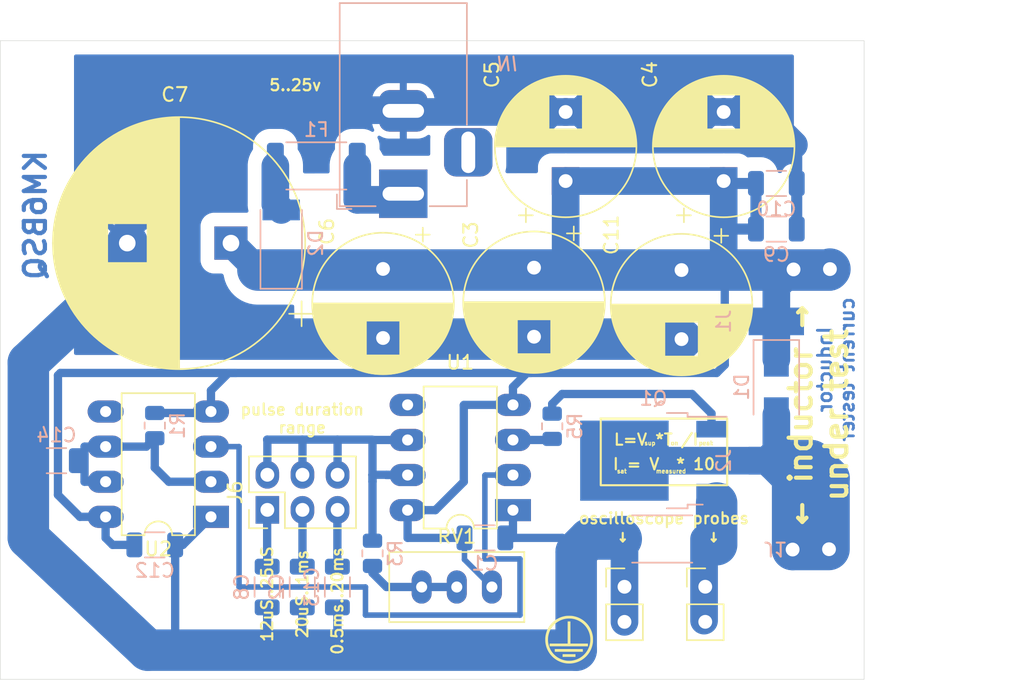
<source format=kicad_pcb>
(kicad_pcb (version 20211014) (generator pcbnew)
  (title_block (rev "1"))
  (layers (0 "F.Cu" signal "Front") (1 "In1.Cu" signal) (2 "In2.Cu" signal) (31 "B.Cu" signal "Back") (34 "B.Paste" user) (35 "F.Paste" user) (36 "B.SilkS" user "B.Silkscreen") (37 "F.SilkS" user "F.Silkscreen") (38 "B.Mask" user) (39 "F.Mask" user) (44 "Edge.Cuts" user))
  (property "date" "2022-11-15")
  (property "version" "e786039")
  (net 0 "")
  (net 1 "VCC")
  (net 2 "GND")
  (net 3 "Net-(D1-Pad2)")
  (net 4 "Net-(J3-Pad1)")
  (net 5 "SAFE_VCC")
  (net 6 "Net-(C13-Pad1)")
  (net 7 "GATE")
  (net 8 "Net-(C2-Pad1)")
  (net 11 "Net-(R3-Pad1)")
  (net 12 "Net-(C8-Pad1)")
  (net 13 "Net-(C14-Pad1)")
  (net 14 "Net-(D2-Pad2)")
  (net 15 "Net-(U1-Pad2)")
  (net 16 "Net-(R5-Pad1)")
  (net 17 "Net-(J6-Pad2)")
  (footprint "Capacitor_THT:CP_Radial_D18.0mm_P7.50mm" (layer "F.Cu") (at 126.92178 96.012 180)
    (fp_text reference "C7" (at 4.064 10.748) (layer "F.SilkS"))
    (fp_text value "4700u")
    (pad "1" thru_hole rect locked (at 0 0 180) (size 2.4 2.4) (drill 1.2) (layers *.Cu *.Mask) (net 5 "SAFE_VCC"))
    (pad "2" thru_hole circle locked (at 7.5 0 180) (size 2.4 2.4) (drill 1.2) (layers *.Cu *.Mask) (net 2 "GND"))
  )
  (footprint "MountingHole:MountingHole_2.2mm_M2" (layer "F.Cu") (at 170.18 124.968)
    (fp_text reference "H1" hide)
    (fp_text value "MountingHole" hide)
    (pad "" np_thru_hole circle locked (at 0 0) (size 2.2 2.2) (drill 2.2) (layers *.Cu *.Mask))
  )
  (footprint "MountingHole:MountingHole_2.2mm_M2" (layer "F.Cu") (at 112.776 83.9)
    (fp_text reference "H4" hide)
    (fp_text value "MountingHole" hide)
    (pad "" np_thru_hole circle locked (at 0 0) (size 2.2 2.2) (drill 2.2) (layers *.Cu *.Mask))
  )
  (footprint "Potentiometer_THT:Potentiometer_Bourns_3296W_Vertical" (layer "F.Cu") (at 145.796 120.904)
    (fp_text reference "RV1" (at -2.54 -3.66) (layer "F.SilkS"))
    (fp_text value "100k")
    (pad "1" thru_hole oval locked (at 0 0) (size 1.44 2.4) (drill 0.8) (layers *.Cu *.Mask) (net 5 "SAFE_VCC"))
    (pad "2" thru_hole oval locked (at -2.54 0) (size 1.44 2.4) (drill 0.8) (layers *.Cu *.Mask) (net 11 "Net-(R3-Pad1)"))
    (pad "3" thru_hole oval locked (at -5.08 0) (size 1.44 2.4) (drill 0.8) (layers *.Cu *.Mask) (net 11 "Net-(R3-Pad1)"))
  )
  (footprint "Capacitor_THT:CP_Radial_D10.0mm_P5.00mm" (layer "F.Cu") (at 162.56 91.52 90)
    (fp_text reference "C4" (at 7.7 -5.334 90) (layer "F.SilkS"))
    (fp_text value "220uF")
    (pad "1" thru_hole rect locked (at 0 0 90) (size 2 2) (drill 1) (layers *.Cu *.Mask) (net 5 "SAFE_VCC"))
    (pad "2" thru_hole circle locked (at 5 0 90) (size 2 2) (drill 1) (layers *.Cu *.Mask) (net 2 "GND"))
  )
  (footprint "LOGO" (layer "F.Cu") (at 151.384 124.714)
    (fp_text reference "G***" hide)
    (fp_text value "LOGO" hide)
  )
  (footprint "Capacitor_THT:CP_Radial_D10.0mm_P5.00mm" (layer "F.Cu") (at 159.512 97.962323 -90)
    (fp_text reference "C11" (at -2.54 5.08 90) (layer "F.SilkS"))
    (fp_text value "470uF")
    (pad "1" thru_hole rect locked (at 0 0 270) (size 2 2) (drill 1) (layers *.Cu *.Mask) (net 5 "SAFE_VCC"))
    (pad "2" thru_hole circle locked (at 5 0 270) (size 2 2) (drill 1) (layers *.Cu *.Mask) (net 2 "GND"))
  )
  (footprint "Connector_PinHeader_2.54mm:PinHeader_1x02_P2.54mm_Vertical" (layer "F.Cu") (at 155.386567 120.88726)
    (fp_text reference "J4" hide)
    (fp_text value "test point")
    (pad "1" thru_hole rect locked (at 0 0) (size 1.7 1.7) (drill 1) (layers *.Cu *.Mask) (net 2 "GND"))
    (pad "2" thru_hole oval locked (at 0 2.54) (size 1.7 1.7) (drill 1) (layers *.Cu *.Mask) (net 2 "GND"))
  )
  (footprint "Package_DIP:DIP-8_W7.62mm" (layer "F.Cu") (at 125.476 115.824 180)
    (fp_text reference "U2" (at 3.81 -2.33) (layer "F.SilkS"))
    (fp_text value "NE555P")
    (pad "1" thru_hole rect locked (at 0 0 180) (size 2.6 1.6) (drill 0.8) (layers *.Cu *.Mask) (net 2 "GND"))
    (pad "2" thru_hole oval locked (at 0 2.54 180) (size 2.6 1.6) (drill 0.8) (layers *.Cu *.Mask) (net 13 "Net-(C14-Pad1)"))
    (pad "3" thru_hole oval locked (at 0 5.08 180) (size 2.6 1.6) (drill 0.8) (layers *.Cu *.Mask) (net 15 "Net-(U1-Pad2)"))
    (pad "4" thru_hole oval locked (at 0 7.62 180) (size 2.6 1.6) (drill 0.8) (layers *.Cu *.Mask) (net 5 "SAFE_VCC"))
    (pad "5" thru_hole oval locked (at 7.62 7.62 180) (size 2.6 1.6) (drill 0.8) (layers *.Cu *.Mask))
    (pad "6" thru_hole oval locked (at 7.62 5.08 180) (size 2.6 1.6) (drill 0.8) (layers *.Cu *.Mask) (net 13 "Net-(C14-Pad1)"))
    (pad "7" thru_hole oval locked (at 7.62 2.54 180) (size 2.6 1.6) (drill 0.8) (layers *.Cu *.Mask) (net 13 "Net-(C14-Pad1)"))
    (pad "8" thru_hole oval locked (at 7.62 0 180) (size 2.6 1.6) (drill 0.8) (layers *.Cu *.Mask) (net 5 "SAFE_VCC"))
  )
  (footprint "MountingHole:MountingHole_2.2mm_M2" (layer "F.Cu") (at 170.18 83.9)
    (fp_text reference "H3" hide)
    (fp_text value "MountingHole" hide)
    (pad "" np_thru_hole circle locked (at 0 0) (size 2.2 2.2) (drill 2.2) (layers *.Cu *.Mask))
  )
  (footprint "MountingHole:MountingHole_2.2mm_M2" (layer "F.Cu") (at 112.776 124.968)
    (fp_text reference "H2" hide)
    (fp_text value "MountingHole" hide)
    (pad "" np_thru_hole circle locked (at 0 0) (size 2.2 2.2) (drill 2.2) (layers *.Cu *.Mask))
  )
  (footprint "Capacitor_THT:CP_Radial_D10.0mm_P5.00mm" (layer "F.Cu") (at 137.922 97.880646 -90)
    (fp_text reference "C6" (at -2.712323 4.064 90) (layer "F.SilkS"))
    (fp_text value "220uF")
    (pad "1" thru_hole rect locked (at 0 0 270) (size 2 2) (drill 1) (layers *.Cu *.Mask) (net 5 "SAFE_VCC"))
    (pad "2" thru_hole circle locked (at 5 0 270) (size 2 2) (drill 1) (layers *.Cu *.Mask) (net 2 "GND"))
  )
  (footprint "Package_DIP:DIP-8_W7.62mm" (layer "F.Cu") (at 147.32 115.340845 180)
    (fp_text reference "U1" (at 3.81 10.692845) (layer "F.SilkS"))
    (fp_text value "NE555P")
    (pad "1" thru_hole rect locked (at 0 0 180) (size 2.6 1.6) (drill 0.8) (layers *.Cu *.Mask) (net 2 "GND"))
    (pad "2" thru_hole oval locked (at 0 2.54 180) (size 2.6 1.6) (drill 0.8) (layers *.Cu *.Mask) (net 15 "Net-(U1-Pad2)"))
    (pad "3" thru_hole oval locked (at 0 5.08 180) (size 2.6 1.6) (drill 0.8) (layers *.Cu *.Mask) (net 16 "Net-(R5-Pad1)"))
    (pad "4" thru_hole oval locked (at 0 7.62 180) (size 2.6 1.6) (drill 0.8) (layers *.Cu *.Mask) (net 5 "SAFE_VCC"))
    (pad "5" thru_hole oval locked (at 7.62 7.62 180) (size 2.6 1.6) (drill 0.8) (layers *.Cu *.Mask))
    (pad "6" thru_hole oval locked (at 7.62 5.08 180) (size 2.6 1.6) (drill 0.8) (layers *.Cu *.Mask) (net 17 "Net-(J6-Pad2)"))
    (pad "7" thru_hole oval locked (at 7.62 2.54 180) (size 2.6 1.6) (drill 0.8) (layers *.Cu *.Mask) (net 17 "Net-(J6-Pad2)"))
    (pad "8" thru_hole oval locked (at 7.62 0 180) (size 2.6 1.6) (drill 0.8) (layers *.Cu *.Mask) (net 5 "SAFE_VCC"))
  )
  (footprint "Connector_PinHeader_2.54mm:PinHeader_1x02_P2.54mm_Vertical" (layer "F.Cu") (at 161.228567 120.884357)
    (fp_text reference "J3" hide)
    (fp_text value "test point")
    (pad "1" thru_hole rect locked (at 0 0) (size 1.7 1.7) (drill 1) (layers *.Cu *.Mask) (net 4 "Net-(J3-Pad1)"))
    (pad "2" thru_hole oval locked (at 0 2.54) (size 1.7 1.7) (drill 1) (layers *.Cu *.Mask) (net 4 "Net-(J3-Pad1)"))
  )
  (footprint "Capacitor_THT:CP_Radial_D10.0mm_P5.00mm" (layer "F.Cu") (at 148.844 97.788323 -90)
    (fp_text reference "C3" (at -2.366 4.572 90) (layer "F.SilkS"))
    (fp_text value "470uF")
    (pad "1" thru_hole rect locked (at 0 0 270) (size 2 2) (drill 1) (layers *.Cu *.Mask) (net 5 "SAFE_VCC"))
    (pad "2" thru_hole circle locked (at 5 0 270) (size 2 2) (drill 1) (layers *.Cu *.Mask) (net 2 "GND"))
  )
  (footprint "Capacitor_THT:CP_Radial_D10.0mm_P5.00mm" (layer "F.Cu") (at 151.13 91.52 90)
    (fp_text reference "C5" (at 7.7 -5.334 90) (layer "F.SilkS"))
    (fp_text value "220uF")
    (pad "1" thru_hole rect locked (at 0 0 90) (size 2 2) (drill 1) (layers *.Cu *.Mask) (net 5 "SAFE_VCC"))
    (pad "2" thru_hole circle locked (at 5 0 90) (size 2 2) (drill 1) (layers *.Cu *.Mask) (net 2 "GND"))
  )
  (footprint "Connector_PinHeader_2.54mm:PinHeader_2x03_P2.54mm_Vertical" (layer "F.Cu") (at 129.555 115.321 90)
    (fp_text reference "J6" (at 1.27 -2.33 90) (layer "F.SilkS"))
    (fp_text value "pulse width selector")
    (pad "1" thru_hole rect locked (at 0 0 90) (size 2 1.7) (drill 1) (layers *.Cu *.Mask) (net 12 "Net-(C8-Pad1)"))
    (pad "2" thru_hole oval locked (at 2.54 0 90) (size 2 1.7) (drill 1) (layers *.Cu *.Mask) (net 17 "Net-(J6-Pad2)"))
    (pad "3" thru_hole oval locked (at 0 2.54 90) (size 2 1.7) (drill 1) (layers *.Cu *.Mask) (net 8 "Net-(C2-Pad1)"))
    (pad "4" thru_hole oval locked (at 2.54 2.54 90) (size 2 1.7) (drill 1) (layers *.Cu *.Mask) (net 17 "Net-(J6-Pad2)"))
    (pad "5" thru_hole oval locked (at 0 5.08 90) (size 2 1.7) (drill 1) (layers *.Cu *.Mask) (net 6 "Net-(C13-Pad1)"))
    (pad "6" thru_hole oval locked (at 2.54 5.08 90) (size 2 1.7) (drill 1) (layers *.Cu *.Mask) (net 17 "Net-(J6-Pad2)"))
  )
  (footprint "Connector_Wire:SolderWirePad_1x01_SMD_2x4mm" (layer "B.Cu") (at 166.37 101.68 -90)
    (fp_text reference "J1" (at 0 3.81 90) (layer "B.SilkS") (effects (justify mirror)))
    (fp_text value "inductor connector")
    (pad "1" smd rect (at 0 0 270) (size 2 4) (layers "B.Cu" "B.Paste" "B.Mask") (net 5 "SAFE_VCC"))
  )
  (footprint "Capacitor_SMD:C_1206_3216Metric" (layer "B.Cu") (at 114.3 111.76 180)
    (fp_text reference "C14" (at 0 1.85) (layer "B.SilkS") (effects (justify mirror)))
    (fp_text value "10nF")
    (pad "1" smd roundrect locked (at -1.475 0 180) (size 1.15 1.8) (layers "B.Cu" "B.Paste" "B.Mask") (roundrect_rratio 0.2173913043) (net 13 "Net-(C14-Pad1)"))
    (pad "2" smd roundrect locked (at 1.475 0 180) (size 1.15 1.8) (layers "B.Cu" "B.Paste" "B.Mask") (roundrect_rratio 0.2173913043) (net 2 "GND"))
  )
  (footprint "Capacitor_SMD:C_1206_3216Metric" (layer "B.Cu") (at 166.37 94.996)
    (fp_text reference "C9" (at 0 1.85) (layer "B.SilkS") (effects (justify mirror)))
    (fp_text value "optional")
    (pad "1" smd roundrect locked (at -1.475 0) (size 1.15 1.8) (layers "B.Cu" "B.Paste" "B.Mask") (roundrect_rratio 0.2173913043) (net 5 "SAFE_VCC"))
    (pad "2" smd roundrect locked (at 1.475 0) (size 1.15 1.8) (layers "B.Cu" "B.Paste" "B.Mask") (roundrect_rratio 0.2173913043) (net 2 "GND"))
  )
  (footprint "Connector_Wire:SolderWirePad_1x01_SMD_2x4mm" (layer "B.Cu") (at 166.37 111.76 -90)
    (fp_text reference "J2" (at 0 3.81 90) (layer "B.SilkS") (effects (justify mirror)))
    (fp_text value "inductor connector")
    (pad "1" smd rect (at 0 0 270) (size 2 4) (layers "B.Cu" "B.Paste" "B.Mask") (net 3 "Net-(D1-Pad2)"))
  )
  (footprint "Capacitor_SMD:C_1206_3216Metric" (layer "B.Cu") (at 132.08 120.904 -90)
    (fp_text reference "C2" (at 0 1.85 90) (layer "B.SilkS") (effects (justify mirror)))
    (fp_text value "10nF")
    (pad "1" smd roundrect locked (at -1.475 0 270) (size 1.15 1.8) (layers "B.Cu" "B.Paste" "B.Mask") (roundrect_rratio 0.2173913043) (net 8 "Net-(C2-Pad1)"))
    (pad "2" smd roundrect locked (at 1.475 0 270) (size 1.15 1.8) (layers "B.Cu" "B.Paste" "B.Mask") (roundrect_rratio 0.2173913043) (net 2 "GND"))
  )
  (footprint "Capacitor_SMD:C_1206_3216Metric" (layer "B.Cu") (at 134.62 120.904 -90)
    (fp_text reference "C13" (at 0 1.85 90) (layer "B.SilkS") (effects (justify mirror)))
    (fp_text value "220nF")
    (pad "1" smd roundrect locked (at -1.475 0 270) (size 1.15 1.8) (layers "B.Cu" "B.Paste" "B.Mask") (roundrect_rratio 0.2173913043) (net 6 "Net-(C13-Pad1)"))
    (pad "2" smd roundrect locked (at 1.475 0 270) (size 1.15 1.8) (layers "B.Cu" "B.Paste" "B.Mask") (roundrect_rratio 0.2173913043) (net 2 "GND"))
  )
  (footprint "Resistor_SMD:R_0805_2012Metric" (layer "B.Cu") (at 150.157096 109.270676 90)
    (fp_text reference "R5" (at 0 1.65 90) (layer "B.SilkS") (effects (justify mirror)))
    (fp_text value "62")
    (pad "1" smd roundrect locked (at -0.9125 0 90) (size 1.025 1.4) (layers "B.Cu" "B.Paste" "B.Mask") (roundrect_rratio 0.243902439) (net 16 "Net-(R5-Pad1)"))
    (pad "2" smd roundrect locked (at 0.9125 0 90) (size 1.025 1.4) (layers "B.Cu" "B.Paste" "B.Mask") (roundrect_rratio 0.243902439) (net 7 "GATE"))
  )
  (footprint "Capacitor_SMD:C_1206_3216Metric" (layer "B.Cu") (at 121.412 117.856)
    (fp_text reference "C12" (at 0 1.85) (layer "B.SilkS") (effects (justify mirror)))
    (fp_text value "100nF")
    (pad "1" smd roundrect locked (at -1.475 0) (size 1.15 1.8) (layers "B.Cu" "B.Paste" "B.Mask") (roundrect_rratio 0.2173913043) (net 5 "SAFE_VCC"))
    (pad "2" smd roundrect locked (at 1.475 0) (size 1.15 1.8) (layers "B.Cu" "B.Paste" "B.Mask") (roundrect_rratio 0.2173913043) (net 2 "GND"))
  )
  (footprint "Package_TO_SOT_SMD:TO-252-2" (layer "B.Cu") (at 157.48 111.76 180)
    (fp_text reference "Q1" (at 0 4.5) (layer "B.SilkS") (effects (justify mirror)))
    (fp_text value "T60NO2R")
    (pad "1" smd rect locked (at -4.2 2.28 180) (size 2.2 1.2) (layers "B.Cu" "B.Paste" "B.Mask") (net 7 "GATE"))
    (pad "2" smd rect locked (at 2.1 0 180) (size 6.4 5.8) (layers "B.Cu" "B.Mask") (net 3 "Net-(D1-Pad2)"))
    (pad "3" smd rect locked (at -4.2 -2.28 180) (size 2.2 1.2) (layers "B.Cu" "B.Paste" "B.Mask") (net 4 "Net-(J3-Pad1)"))
  )
  (footprint "Diode_SMD:D_SMA" (layer "B.Cu") (at 166.37 106.426 -90)
    (fp_text reference "D1" (at 0 2.5 90) (layer "B.SilkS") (effects (justify mirror)))
    (fp_text value "SS34")
    (pad "1" smd rect locked (at -2 0 270) (size 2.5 1.8) (layers "B.Cu" "B.Paste" "B.Mask") (net 5 "SAFE_VCC"))
    (pad "2" smd rect locked (at 2 0 270) (size 2.5 1.8) (layers "B.Cu" "B.Paste" "B.Mask") (net 3 "Net-(D1-Pad2)"))
  )
  (footprint "Resistor_SMD:R_0805_2012Metric" (layer "B.Cu") (at 137.16 118.4675 90)
    (fp_text reference "R3" (at 0 1.65 90) (layer "B.SilkS") (effects (justify mirror)))
    (fp_text value "2.2k")
    (pad "1" smd roundrect locked (at -0.9125 0 90) (size 1.025 1.4) (layers "B.Cu" "B.Paste" "B.Mask") (roundrect_rratio 0.243902439) (net 11 "Net-(R3-Pad1)"))
    (pad "2" smd roundrect locked (at 0.9125 0 90) (size 1.025 1.4) (layers "B.Cu" "B.Paste" "B.Mask") (roundrect_rratio 0.243902439) (net 17 "Net-(J6-Pad2)"))
  )
  (footprint "Capacitor_SMD:C_1206_3216Metric" (layer "B.Cu") (at 129.54 120.904 -90)
    (fp_text reference "C8" (at 0 1.85 90) (layer "B.SilkS") (effects (justify mirror)))
    (fp_text value "470pF")
    (pad "1" smd roundrect locked (at -1.475 0 270) (size 1.15 1.8) (layers "B.Cu" "B.Paste" "B.Mask") (roundrect_rratio 0.2173913043) (net 12 "Net-(C8-Pad1)"))
    (pad "2" smd roundrect locked (at 1.475 0 270) (size 1.15 1.8) (layers "B.Cu" "B.Paste" "B.Mask") (roundrect_rratio 0.2173913043) (net 2 "GND"))
  )
  (footprint "Resistor_SMD:R_2512_6332Metric" (layer "B.Cu") (at 133.096 90.424 180)
    (fp_text reference "F1" (at 0 2.62) (layer "B.SilkS") (effects (justify mirror)))
    (fp_text value "2A")
    (pad "1" smd roundrect locked (at -2.9625 0 180) (size 1.225 3.35) (layers "B.Cu" "B.Paste" "B.Mask") (roundrect_rratio 0.2040816327) (net 1 "VCC"))
    (pad "2" smd roundrect locked (at 2.9625 0 180) (size 1.225 3.35) (layers "B.Cu" "B.Paste" "B.Mask") (roundrect_rratio 0.2040816327) (net 14 "Net-(D2-Pad2)"))
  )
  (footprint "Capacitor_SMD:C_1206_3216Metric" (layer "B.Cu") (at 166.37 91.694)
    (fp_text reference "C10" (at 0 1.85) (layer "B.SilkS") (effects (justify mirror)))
    (fp_text value "optional")
    (pad "1" smd roundrect locked (at -1.475 0) (size 1.15 1.8) (layers "B.Cu" "B.Paste" "B.Mask") (roundrect_rratio 0.2173913043) (net 5 "SAFE_VCC"))
    (pad "2" smd roundrect locked (at 1.475 0) (size 1.15 1.8) (layers "B.Cu" "B.Paste" "B.Mask") (roundrect_rratio 0.2173913043) (net 2 "GND"))
  )
  (footprint "Resistor_SMD:R_0805_2012Metric" (layer "B.Cu") (at 121.412 109.22 90)
    (fp_text reference "R1" (at 0 1.65 90) (layer "B.SilkS") (effects (justify mirror)))
    (fp_text value "2.2M")
    (pad "1" smd roundrect locked (at -0.9125 0 90) (size 1.025 1.4) (layers "B.Cu" "B.Paste" "B.Mask") (roundrect_rratio 0.243902439) (net 13 "Net-(C14-Pad1)"))
    (pad "2" smd roundrect locked (at 0.9125 0 90) (size 1.025 1.4) (layers "B.Cu" "B.Paste" "B.Mask") (roundrect_rratio 0.243902439) (net 5 "SAFE_VCC"))
  )
  (footprint "Capacitor_SMD:C_1206_3216Metric" (layer "B.Cu") (at 145.288 117.348)
    (fp_text reference "C1" (at 0 1.85 180) (layer "B.SilkS") (effects (justify mirror)))
    (fp_text value "100nF")
    (pad "1" smd roundrect locked (at -1.475 0) (size 1.15 1.8) (layers "B.Cu" "B.Paste" "B.Mask") (roundrect_rratio 0.2173913043) (net 5 "SAFE_VCC"))
    (pad "2" smd roundrect locked (at 1.475 0) (size 1.15 1.8) (layers "B.Cu" "B.Paste" "B.Mask") (roundrect_rratio 0.2173913043) (net 2 "GND"))
  )
  (footprint "Diode_SMD:D_MELF" (layer "B.Cu") (at 130.556 96.012 90)
    (fp_text reference "D2" (at 0 2.5 90) (layer "B.SilkS") (effects (justify mirror)))
    (fp_text value "1N4001")
    (pad "1" smd rect locked (at -2.4 0 90) (size 1.5 2.7) (layers "B.Cu" "B.Paste" "B.Mask") (net 5 "SAFE_VCC"))
    (pad "2" smd rect locked (at 2.4 0 90) (size 1.5 2.7) (layers "B.Cu" "B.Paste" "B.Mask") (net 14 "Net-(D2-Pad2)"))
  )
  (footprint "Connector_BarrelJack:BarrelJack_Horizontal" (layer "B.Cu") (at 139.3875 92.44 -90)
    (fp_text reference "J5" hide)
    (fp_text value "IN" (at -9.382 -7.5615) (layer "B.SilkS") (effects (font (thickness 0.15) italic) (justify mirror)))
    (pad "1" thru_hole rect (at 0 0 270) (size 3.5 3.5) (drill oval 1 3) (layers *.Cu *.Mask) (net 1 "VCC"))
    (pad "2" thru_hole roundrect (at -6 0 270) (size 3 3.5) (drill oval 1 3) (layers *.Cu *.Mask) (net 2 "GND"))
    (pad "3" thru_hole roundrect (at -3 -4.7 270) (size 3.5 3.5) (drill oval 3 1) (layers *.Cu *.Mask))
  )
  (footprint "Resistor_SMD:R_2512_6332Metric" (layer "B.Cu") (at 158.114741 117.429403 180)
    (fp_text reference "R4" hide)
    (fp_text value "100m")
    (pad "1" smd roundrect locked (at -2.9625 0 180) (size 1.225 3.35) (layers "B.Cu" "B.Paste" "B.Mask") (roundrect_rratio 0.2040816327) (net 4 "Net-(J3-Pad1)"))
    (pad "2" smd roundrect locked (at 2.9625 0 180) (size 1.225 3.35) (layers "B.Cu" "B.Paste" "B.Mask") (roundrect_rratio 0.2040816327) (net 2 "GND"))
  )
  (gr_rect (start 153.67 108.712) (end 162.814 113.538) (layer "F.SilkS") (width 0.1524) (fill none))
  (gr_rect (start 110.236 81.36) (end 172.72 127.588) (layer "Edge.Cuts") (width 0.0381) (fill none))
  (gr_text "KM6BSQ" (at 112.776 93.98 90) (layer "B.Cu") (effects (font (size 1.524 1.524) (thickness 0.3048)) (justify mirror)))
  (gr_text "Inductor\ncurrent tester\n" (at 170.688 105.156 90) (layer "B.Cu") (effects (font (size 1 1) (thickness 0.2)) (justify mirror)))
  (gr_text "J1" (at 166.303521 118.146097 180) (layer "B.SilkS") (effects (font (size 1 1)) (justify mirror)))
  (gr_text "peak" (at 161.29 110.49) (layer "F.SilkS") (effects (font (size 0.3 0.3) (thickness 0.075))))
  (gr_text "12uS..25uS" (at 129.54 121.412 90) (layer "F.SilkS") (effects (font (size 0.8128 0.8128) (thickness 0.1524))))
  (gr_text "5..25v" (at 131.572 84.582) (layer "F.SilkS") (effects (font (size 0.8128 0.8128) (thickness 0.1524))))
  (gr_text "← inductor →\nunder test" (at 169.418 108.458 90) (layer "F.SilkS") (effects (font (size 1.6 1.6) (thickness 0.3))))
  (gr_text "20uS..1ms" (at 132.08 121.412 90) (layer "F.SilkS") (effects (font (size 0.8128 0.8128) (thickness 0.1524))))
  (gr_text "on" (at 159.004 110.49) (layer "F.SilkS") (effects (font (size 0.3 0.3) (thickness 0.075))))
  (gr_text "pulse duration\nrange" (at 132.08 108.712) (layer "F.SilkS") (effects (font (size 0.8128 0.8128) (thickness 0.1524))))
  (gr_text "0.5ms..20ms" (at 134.62 121.92 90) (layer "F.SilkS") (effects (font (size 0.8128 0.8128) (thickness 0.1524))))
  (gr_text "sat" (at 155.194 112.522) (layer "F.SilkS") (effects (font (size 0.3 0.3) (thickness 0.075))))
  (gr_text "oscilloscope probes\n ↓         ↓" (at 158.242 116.586) (layer "F.SilkS") (effects (font (size 0.8128 0.8128) (thickness 0.1524))))
  (gr_text "measured" (at 158.75 112.522) (layer "F.SilkS") (effects (font (size 0.3 0.3) (thickness 0.075))))
  (gr_text "I = V  * 10" (at 158.242 112.014) (layer "F.SilkS") (effects (font (size 0.8128 0.8128) (thickness 0.1524))))
  (gr_text "sup" (at 157.226 110.49) (layer "F.SilkS") (effects (font (size 0.3 0.3) (thickness 0.075))))
  (gr_text "L=V *T /I " (at 157.988 110.236) (layer "F.SilkS") (effects (font (size 0.8128 0.8128) (thickness 0.1524))))
  (segment (start 138.949 92.8785) (end 139.3875 92.44) (width 2) (layer "B.Cu") (net 1))
  (segment (start 136.0585 92.8785) (end 138.949 92.8785) (width 2) (layer "B.Cu") (net 1))
  (segment (start 136.0585 90.424) (end 136.0585 92.8785) (width 2) (layer "B.Cu") (net 1))
  (segment (start 119.5 87.764) (end 120.87352 86.39048) (width 2) (layer "B.Cu") (net 2))
  (segment (start 120.904 125.476) (end 112.268 117.348) (width 3) (layer "B.Cu") (net 2))
  (segment (start 112.268 117.348) (end 112.268 104.648) (width 3) (layer "B.Cu") (net 2))
  (segment (start 152.826597 117.429403) (end 151.892 118.364) (width 3) (layer "B.Cu") (net 2))
  (segment (start 155.386567 123.42726) (end 155.386567 117.594293) (width 2) (layer "B.Cu") (net 2))
  (segment (start 147.32 115.340845) (end 147.32 117.348) (width 0.6) (layer "B.Cu") (net 2))
  (segment (start 122.012323 102.962323) (end 159.512 102.962323) (width 3) (layer "B.Cu") (net 2))
  (segment (start 151.892 125.476) (end 120.904 125.476) (width 3) (layer "B.Cu") (net 2))
  (segment (start 119.42178 97.94822) (end 119.42178 96.012) (width 3) (layer "B.Cu") (net 2))
  (segment (start 123.444 117.856) (end 125.476 115.824) (width 0.6) (layer "B.Cu") (net 2))
  (segment (start 139.33798 86.39048) (end 139.3875 86.44) (width 2) (layer "B.Cu") (net 2))
  (segment (start 147.32 117.348) (end 150.876 117.348) (width 0.6) (layer "B.Cu") (net 2))
  (segment (start 150.876 117.348) (end 151.892 118.364) (width 0.6) (layer "B.Cu") (net 2))
  (segment (start 119.5 100.45) (end 122.012323 102.962323) (width 2) (layer "B.Cu") (net 2))
  (segment (start 119.5 97.87) (end 119.5 100.45) (width 2) (layer "B.Cu") (net 2))
  (segment (start 134.62 122.379) (end 134.62 124.968) (width 0.6) (layer "B.Cu") (net 2))
  (segment (start 167.845 94.996) (end 167.845 91.694) (width 0.8) (layer "B.Cu") (net 2))
  (segment (start 151.892 118.364) (end 151.892 125.476) (width 3) (layer "B.Cu") (net 2))
  (segment (start 129.54 122.379) (end 129.54 124.46) (width 0.6) (layer "B.Cu") (net 2))
  (segment (start 120.87352 86.39048) (end 139.33798 86.39048) (width 2) (layer "B.Cu") (net 2))
  (segment (start 132.08 122.379) (end 132.08 124.46) (width 0.6) (layer "B.Cu") (net 2))
  (segment (start 129.54 124.46) (end 130.048 124.968) (width 0.6) (layer "B.Cu") (net 2))
  (segment (start 119.5 97.87) (end 119.5 87.764) (width 2) (layer "B.Cu") (net 2))
  (segment (start 139.3875 86.44) (end 139.4675 86.52) (width 2) (layer "B.Cu") (net 2))
  (segment (start 162.56 86.52) (end 165.26 86.52) (width 2) (layer "B.Cu") (net 2))
  (segment (start 167.845 89.105) (end 167.64 88.9) (width 0.8) (layer "B.Cu") (net 2))
  (segment (start 151.728736 117.184736) (end 152.908 118.364) (width 0.6) (layer "B.Cu") (net 2))
  (segment (start 122.887 117.856) (end 122.887 124.509) (width 0.6) (layer "B.Cu") (net 2))
  (segment (start 165.26 86.52) (end 167.64 88.9) (width 2) (layer "B.Cu") (net 2))
  (segment (start 167.845 91.694) (end 167.845 89.105) (width 0.8) (layer "B.Cu") (net 2))
  (segment (start 139.4675 86.52) (end 162.56 86.52) (width 2) (layer "B.Cu") (net 2))
  (segment (start 122.887 117.856) (end 123.444 117.856) (width 0.6) (layer "B.Cu") (net 2))
  (segment (start 122.887 124.509) (end 122.428 124.968) (width 0.6) (layer "B.Cu") (net 2))
  (segment (start 155.152241 117.429403) (end 152.826597 117.429403) (width 3) (layer "B.Cu") (net 2))
  (segment (start 146.763 117.348) (end 147.32 117.348) (width 0.6) (layer "B.Cu") (net 2))
  (segment (start 132.08 124.46) (end 131.572 124.968) (width 0.6) (layer "B.Cu") (net 2))
  (segment (start 112.268 104.648) (end 119.42178 97.94822) (width 3) (layer "B.Cu") (net 2))
  (via (at 167.547675 118.192259) (size 2) (drill 1) (layers "F.Cu" "B.Cu") (net 3))
  (via (at 170.18 118.168756) (size 2) (drill 1) (layers "F.Cu" "B.Cu") (net 3))
  (segment (start 166.37 111.76) (end 155.38 111.76) (width 2) (layer "B.Cu") (net 3))
  (segment (start 167.547675 118.192259) (end 170.156497 118.192259) (width 3) (layer "B.Cu") (net 3))
  (segment (start 168.91 111.76) (end 166.37 111.76) (width 3) (layer "B.Cu") (net 3))
  (segment (start 166.37 108.426) (end 166.37 111.76) (width 2) (layer "B.Cu") (net 3))
  (segment (start 170.18 118.168756) (end 170.18 113.03) (width 3) (layer "B.Cu") (net 3))
  (segment (start 170.18 113.03) (end 168.91 111.76) (width 3) (layer "B.Cu") (net 3))
  (segment (start 167.547675 112.937675) (end 166.37 111.76) (width 3) (layer "B.Cu") (net 3))
  (segment (start 170.156497 118.192259) (end 170.18 118.168756) (width 2) (layer "B.Cu") (net 3))
  (segment (start 167.547675 118.192259) (end 167.547675 112.937675) (width 3) (layer "B.Cu") (net 3))
  (segment (start 161.143067 117.425793) (end 161.143067 123.338857) (width 2) (layer "B.Cu") (net 4))
  (segment (start 162.052 114.82125) (end 162.052 117.84275) (width 3) (layer "B.Cu") (net 4))
  (via (at 170.246479 97.892659) (size 2) (drill 1) (layers "F.Cu" "B.Cu") (net 5))
  (via (at 167.614154 97.916162) (size 2) (drill 1) (layers "F.Cu" "B.Cu") (net 5))
  (segment (start 139.7 117.348) (end 139.7 115.340845) (width 0.6) (layer "B.Cu") (net 5))
  (segment (start 114.58277 105.41) (end 114.409534 105.583236) (width 0.6) (layer "B.Cu") (net 5))
  (segment (start 151.13 91.52) (end 151.13 97.282) (width 2) (layer "B.Cu") (net 5))
  (segment (start 143.813 118.921) (end 143.813 117.348) (width 0.4) (layer "B.Cu") (net 5))
  (segment (start 162.052 105.41) (end 162.64 104.822) (width 0.6) (layer "B.Cu") (net 5))
  (segment (start 143.813 117.348) (end 139.7 117.348) (width 0.6) (layer "B.Cu") (net 5))
  (segment (start 148.59 105.41) (end 162.052 105.41) (width 0.6) (layer "B.Cu") (net 5))
  (segment (start 162.56 91.52) (end 162.56 95.25) (width 2) (layer "B.Cu") (net 5))
  (segment (start 162.64 97.87) (end 170.22382 97.87) (width 2) (layer "B.Cu") (net 5))
  (segment (start 143.764 107.74569) (end 143.764 113.284) (width 0.6) (layer "B.Cu") (net 5))
  (segment (start 148.59 105.41) (end 127.254 105.41) (width 0.6) (layer "B.Cu") (net 5))
  (segment (start 166.37 101.68) (end 166.37 99.160316) (width 2) (layer "B.Cu") (net 5))
  (segment (start 117.856 117.348) (end 118.364 117.856) (width 0.6) (layer "B.Cu") (net 5))
  (segment (start 162.64 104.822) (end 162.64 97.87) (width 0.6) (layer "B.Cu") (net 5))
  (segment (start 170.176815 97.962323) (end 170.246479 97.892659) (width 3) (layer "B.Cu") (net 5))
  (segment (start 117.856 115.824) (end 117.856 117.348) (width 0.6) (layer "B.Cu") (net 5))
  (segment (start 151.13 97.282) (end 151.810323 97.962323) (width 2) (layer "B.Cu") (net 5))
  (segment (start 118.364 117.856) (end 119.937 117.856) (width 0.6) (layer "B.Cu") (net 5))
  (segment (start 145.796 120.904) (end 143.813 118.921) (width 0.4) (layer "B.Cu") (net 5))
  (segment (start 121.412 108.3075) (end 125.3725 108.3075) (width 0.6) (layer "B.Cu") (net 5))
  (segment (start 162.814 94.996) (end 162.56 95.25) (width 0.8) (layer "B.Cu") (net 5))
  (segment (start 166.37 99.160316) (end 167.614154 97.916162) (width 2) (layer "B.Cu") (net 5))
  (segment (start 115.995276 115.824) (end 117.856 115.824) (width 0.6) (layer "B.Cu") (net 5))
  (segment (start 127.254 105.41) (end 126.746 105.41) (width 0.6) (layer "B.Cu") (net 5))
  (segment (start 164.895 91.694) (end 162.734 91.694) (width 0.8) (layer "B.Cu") (net 5))
  (segment (start 141.707155 115.340845) (end 139.7 115.340845) (width 0.6) (layer "B.Cu") (net 5))
  (segment (start 126.746 105.41) (end 125.476 106.68) (width 0.6) (layer "B.Cu") (net 5))
  (segment (start 125.3725 108.3075) (end 125.476 108.204) (width 0.6) (layer "B.Cu") (net 5))
  (segment (start 147.32 107.720845) (end 147.32 106.426) (width 0.6) (layer "B.Cu") (net 5))
  (segment (start 162.56 97.79) (end 162.64 97.87) (width 2) (layer "B.Cu") (net 5))
  (segment (start 170.22382 97.87) (end 170.246479 97.892659) (width 2) (layer "B.Cu") (net 5))
  (segment (start 148.336 105.41) (end 148.59 105.41) (width 0.6) (layer "B.Cu") (net 5))
  (segment (start 143.764 113.284) (end 141.707155 115.340845) (width 0.6) (layer "B.Cu") (net 5))
  (segment (start 166.37 104.426) (end 166.37 101.68) (width 2) (layer "B.Cu") (net 5))
  (segment (start 114.409534 105.583236) (end 114.409534 114.238258) (width 0.6) (layer "B.Cu") (net 5))
  (segment (start 126.92178 96.012) (end 128.872103 97.962323) (width 2) (layer "B.Cu") (net 5))
  (segment (start 127.254 105.41) (end 114.58277 105.41) (width 0.6) (layer "B.Cu") (net 5))
  (segment (start 159.512 97.962323) (end 170.176815 97.962323) (width 3) (layer "B.Cu") (net 5))
  (segment (start 162.734 91.694) (end 162.56 91.52) (width 0.8) (layer "B.Cu") (net 5))
  (segment (start 164.895 94.996) (end 164.895 91.694) (width 0.8) (layer "B.Cu") (net 5))
  (segment (start 125.476 106.68) (end 125.476 108.204) (width 0.6) (layer "B.Cu") (net 5))
  (segment (start 162.56 95.25) (end 162.56 97.79) (width 2) (layer "B.Cu") (net 5))
  (segment (start 147.32 106.426) (end 148.336 105.41) (width 0.6) (layer "B.Cu") (net 5))
  (segment (start 147.32 107.720845) (end 143.788845 107.720845) (width 0.6) (layer "B.Cu") (net 5))
  (segment (start 128.872103 97.962323) (end 151.810323 97.962323) (width 3) (layer "B.Cu") (net 5))
  (segment (start 164.895 94.996) (end 162.814 94.996) (width 0.8) (layer "B.Cu") (net 5))
  (segment (start 151.13 91.52) (end 162.56 91.52) (width 2) (layer "B.Cu") (net 5))
  (segment (start 143.788845 107.720845) (end 143.764 107.74569) (width 0.6) (layer "B.Cu") (net 5))
  (segment (start 114.409534 114.238258) (end 115.995276 115.824) (width 0.6) (layer "B.Cu") (net 5))
  (segment (start 151.810323 97.962323) (end 159.512 97.962323) (width 3) (layer "B.Cu") (net 5))
  (segment (start 134.62 119.429) (end 134.62 115.336) (width 0.6) (layer "B.Cu") (net 6))
  (segment (start 134.62 115.336) (end 134.635 115.321) (width 0.6) (layer "B.Cu") (net 6))
  (segment (start 150.157096 107.652904) (end 150.876 106.934) (width 0.6) (layer "B.Cu") (net 7))
  (segment (start 160.274 106.934) (end 161.68 108.34) (width 0.6) (layer "B.Cu") (net 7))
  (segment (start 150.157096 108.358176) (end 150.157096 107.652904) (width 0.6) (layer "B.Cu") (net 7))
  (segment (start 161.68 108.34) (end 161.68 109.48) (width 0.6) (layer "B.Cu") (net 7))
  (segment (start 150.876 106.934) (end 160.274 106.934) (width 0.6) (layer "B.Cu") (net 7))
  (segment (start 132.095 119.414) (end 132.08 119.429) (width 0.6) (layer "B.Cu") (net 8))
  (segment (start 132.095 115.321) (end 132.095 119.414) (width 0.6) (layer "B.Cu") (net 8))
  (segment (start 138.176 120.904) (end 137.16 119.888) (width 0.6) (layer "B.Cu") (net 11))
  (segment (start 143.256 120.904) (end 138.176 120.904) (width 0.6) (layer "B.Cu") (net 11))
  (segment (start 137.16 119.888) (end 137.16 119.38) (width 0.6) (layer "B.Cu") (net 11))
  (segment (start 129.54 115.336) (end 129.555 115.321) (width 0.6) (layer "B.Cu") (net 12))
  (segment (start 129.54 119.429) (end 129.54 115.336) (width 0.6) (layer "B.Cu") (net 12))
  (segment (start 125.476 113.284) (end 122.428 113.284) (width 0.6) (layer "B.Cu") (net 13))
  (segment (start 122.428 113.284) (end 121.412 112.268) (width 0.6) (layer "B.Cu") (net 13))
  (segment (start 116.332 113.284) (end 116.332 110.744) (width 0.6) (layer "B.Cu") (net 13))
  (segment (start 117.856 113.284) (end 116.332 113.284) (width 0.6) (layer "B.Cu") (net 13))
  (segment (start 121.412 112.268) (end 121.412 110.1325) (width 0.6) (layer "B.Cu") (net 13))
  (segment (start 117.856 110.744) (end 120.8005 110.744) (width 0.6) (layer "B.Cu") (net 13))
  (segment (start 120.8005 110.744) (end 121.412 110.1325) (width 0.6) (layer "B.Cu") (net 13))
  (segment (start 116.332 110.744) (end 117.856 110.744) (width 0.6) (layer "B.Cu") (net 13))
  (segment (start 130.1335 90.424) (end 130.1335 93.1895) (width 2) (layer "B.Cu") (net 14))
  (segment (start 130.1335 93.1895) (end 130.556 93.612) (width 2) (layer "B.Cu") (net 14))
  (segment (start 127.508 120.904) (end 136.652 120.904) (width 0.4) (layer "B.Cu") (net 15))
  (segment (start 145.312845 112.800845) (end 147.32 112.800845) (width 0.4) (layer "B.Cu") (net 15))
  (segment (start 147.828 122.936) (end 147.828 118.872) (width 0.4) (layer "B.Cu") (net 15))
  (segment (start 127.508 110.744) (end 127.508 120.904) (width 0.4) (layer "B.Cu") (net 15))
  (segment (start 145.288 118.872) (end 145.288 112.82569) (width 0.4) (layer "B.Cu") (net 15))
  (segment (start 145.288 112.82569) (end 145.312845 112.800845) (width 0.4) (layer "B.Cu") (net 15))
  (segment (start 136.652 122.936) (end 147.828 122.936) (width 0.4) (layer "B.Cu") (net 15))
  (segment (start 125.476 110.744) (end 127.508 110.744) (width 0.4) (layer "B.Cu") (net 15))
  (segment (start 136.652 120.904) (end 136.652 122.936) (width 0.4) (layer "B.Cu") (net 15))
  (segment (start 147.828 118.872) (end 145.288 118.872) (width 0.4) (layer "B.Cu") (net 15))
  (segment (start 150.079427 110.260845) (end 150.157096 110.183176) (width 0.6) (layer "B.Cu") (net 16))
  (segment (start 147.32 110.260845) (end 150.079427 110.260845) (width 0.6) (layer "B.Cu") (net 16))
  (segment (start 134.635 112.781) (end 134.635 110.251) (width 0.6) (layer "B.Cu") (net 17))
  (segment (start 137.155 112.781) (end 139.680155 112.781) (width 0.6) (layer "B.Cu") (net 17))
  (segment (start 129.54 110.236) (end 132.08 110.236) (width 0.6) (layer "B.Cu") (net 17))
  (segment (start 129.54 110.236) (end 129.555 110.251) (width 0.6) (layer "B.Cu") (net 17))
  (segment (start 132.095 112.781) (end 132.095 110.251) (width 0.6) (layer "B.Cu") (net 17))
  (segment (start 137.16 110.28569) (end 137.16 113.284) (width 0.6) (layer "B.Cu") (net 17))
  (segment (start 139.680155 112.781) (end 139.7 112.800845) (width 0.6) (layer "B.Cu") (net 17))
  (segment (start 137.16 112.786) (end 137.155 112.781) (width 0.6) (layer "B.Cu") (net 17))
  (segment (start 137.16 113.284) (end 137.16 112.786) (width 0.6) (layer "B.Cu") (net 17))
  (segment (start 137.16 113.284) (end 137.16 117.555) (width 0.6) (layer "B.Cu") (net 17))
  (segment (start 137.184845 110.260845) (end 137.16 110.28569) (width 0.6) (layer "B.Cu") (net 17))
  (segment (start 139.7 112.800845) (end 138.200845 112.800845) (width 0.6) (layer "B.Cu") (net 17))
  (segment (start 132.08 110.236) (end 134.62 110.236) (width 0.6) (layer "B.Cu") (net 17))
  (segment (start 134.62 110.236) (end 137.14 110.236) (width 0.6) (layer "B.Cu") (net 17))
  (segment (start 129.555 110.251) (end 129.555 112.781) (width 0.6) (layer "B.Cu") (net 17))
  (segment (start 139.7 110.260845) (end 137.184845 110.260845) (width 0.6) (layer "B.Cu") (net 17))
  (segment (start 138.200845 112.800845) (end 138.176 112.776) (width 0.6) (layer "B.Cu") (net 17))
  (segment (start 134.635 110.251) (end 134.62 110.236) (width 0.4) (layer "B.Cu") (net 17))
  (segment (start 132.095 110.251) (end 132.08 110.236) (width 0.4) (layer "B.Cu") (net 17))
  (zone (net 0) (net_name "") (layer "B.Cu") (connect_pads (clearance 0)) (min_thickness 0.254)
    (keepout (tracks allowed) (vias allowed) (pads allowed) (copperpour not_allowed) (footprints allowed))
    (fill (thermal_gap 0.508) (thermal_bridge_width 0.508))
    (polygon (pts (xy 169.164 104.902) (xy 151.892 104.902) (xy 151.892 104.648) (xy 131.572696 104.685618) (xy 131.318696 90.969618) (xy 169.164 90.932)))
  )
  (zone (net 0) (net_name "") (layer "B.Cu") (connect_pads (clearance 0)) (min_thickness 0.254)
    (keepout (tracks allowed) (vias allowed) (pads allowed) (copperpour not_allowed) (footprints allowed))
    (fill (thermal_gap 0.508) (thermal_bridge_width 0.508))
    (polygon (pts (xy 163.83 125.476) (xy 115.824 125.476) (xy 115.824 105.664) (xy 163.83 105.664)))
  )
  (zone (net 2) (net_name "GND") (layer "B.Cu") (connect_pads (clearance 1)) (min_thickness 0.254) (fill yes (thermal_gap 0.508) (thermal_bridge_width 0.508))
    (polygon (pts (xy 167.64 127) (xy 115.57 127) (xy 115.57 81.534) (xy 167.64 81.534)))
  )
)
</source>
